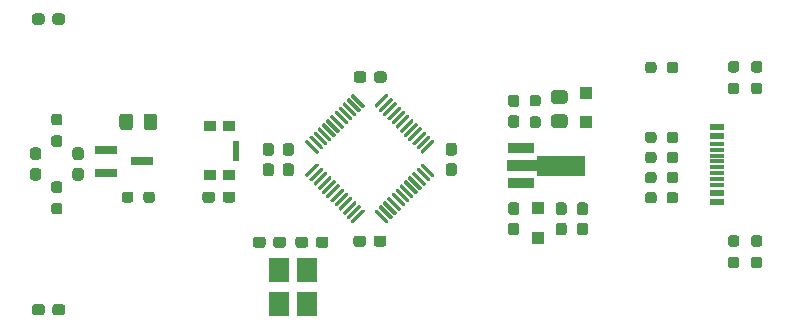
<source format=gtp>
G04 #@! TF.GenerationSoftware,KiCad,Pcbnew,5.1.8+dfsg1-1~bpo10+1*
G04 #@! TF.CreationDate,2020-12-17T11:19:26+08:00*
G04 #@! TF.ProjectId,stm32-io-extend,73746d33-322d-4696-9f2d-657874656e64,rev?*
G04 #@! TF.SameCoordinates,PX4cf27c8PY5b7b308*
G04 #@! TF.FileFunction,Paste,Top*
G04 #@! TF.FilePolarity,Positive*
%FSLAX46Y46*%
G04 Gerber Fmt 4.6, Leading zero omitted, Abs format (unit mm)*
G04 Created by KiCad (PCBNEW 5.1.8+dfsg1-1~bpo10+1) date 2020-12-17 11:19:26*
%MOMM*%
%LPD*%
G01*
G04 APERTURE LIST*
%ADD10R,1.900000X0.800000*%
%ADD11R,1.800000X2.100000*%
%ADD12C,0.100000*%
%ADD13R,2.300000X0.900000*%
%ADD14R,0.550000X1.700000*%
%ADD15R,1.000000X0.900000*%
%ADD16R,1.160000X0.600000*%
%ADD17R,1.160000X0.300000*%
%ADD18R,1.000000X1.000000*%
G04 APERTURE END LIST*
D10*
G04 #@! TO.C,Q1*
X12415000Y20285000D03*
X9415000Y19335000D03*
X9415000Y21235000D03*
G04 #@! TD*
G04 #@! TO.C,D5*
G36*
G01*
X7252500Y20405000D02*
X6777500Y20405000D01*
G75*
G02*
X6540000Y20642500I0J237500D01*
G01*
X6540000Y21217500D01*
G75*
G02*
X6777500Y21455000I237500J0D01*
G01*
X7252500Y21455000D01*
G75*
G02*
X7490000Y21217500I0J-237500D01*
G01*
X7490000Y20642500D01*
G75*
G02*
X7252500Y20405000I-237500J0D01*
G01*
G37*
G36*
G01*
X7252500Y18655000D02*
X6777500Y18655000D01*
G75*
G02*
X6540000Y18892500I0J237500D01*
G01*
X6540000Y19467500D01*
G75*
G02*
X6777500Y19705000I237500J0D01*
G01*
X7252500Y19705000D01*
G75*
G02*
X7490000Y19467500I0J-237500D01*
G01*
X7490000Y18892500D01*
G75*
G02*
X7252500Y18655000I-237500J0D01*
G01*
G37*
G04 #@! TD*
G04 #@! TO.C,D4*
G36*
G01*
X3652500Y20405000D02*
X3177500Y20405000D01*
G75*
G02*
X2940000Y20642500I0J237500D01*
G01*
X2940000Y21217500D01*
G75*
G02*
X3177500Y21455000I237500J0D01*
G01*
X3652500Y21455000D01*
G75*
G02*
X3890000Y21217500I0J-237500D01*
G01*
X3890000Y20642500D01*
G75*
G02*
X3652500Y20405000I-237500J0D01*
G01*
G37*
G36*
G01*
X3652500Y18655000D02*
X3177500Y18655000D01*
G75*
G02*
X2940000Y18892500I0J237500D01*
G01*
X2940000Y19467500D01*
G75*
G02*
X3177500Y19705000I237500J0D01*
G01*
X3652500Y19705000D01*
G75*
G02*
X3890000Y19467500I0J-237500D01*
G01*
X3890000Y18892500D01*
G75*
G02*
X3652500Y18655000I-237500J0D01*
G01*
G37*
G04 #@! TD*
D11*
G04 #@! TO.C,Y1*
X24055000Y8165000D03*
X24055000Y11065000D03*
X26355000Y11065000D03*
X26355000Y8165000D03*
G04 #@! TD*
G04 #@! TO.C,U2*
G36*
G01*
X27189516Y20939264D02*
X26252600Y21876180D01*
G75*
G02*
X26252600Y21982246I53033J53033D01*
G01*
X26358666Y22088312D01*
G75*
G02*
X26464732Y22088312I53033J-53033D01*
G01*
X27401648Y21151396D01*
G75*
G02*
X27401648Y21045330I-53033J-53033D01*
G01*
X27295582Y20939264D01*
G75*
G02*
X27189516Y20939264I-53033J53033D01*
G01*
G37*
G36*
G01*
X27543070Y21292818D02*
X26606154Y22229734D01*
G75*
G02*
X26606154Y22335800I53033J53033D01*
G01*
X26712220Y22441866D01*
G75*
G02*
X26818286Y22441866I53033J-53033D01*
G01*
X27755202Y21504950D01*
G75*
G02*
X27755202Y21398884I-53033J-53033D01*
G01*
X27649136Y21292818D01*
G75*
G02*
X27543070Y21292818I-53033J53033D01*
G01*
G37*
G36*
G01*
X27896623Y21646371D02*
X26959707Y22583287D01*
G75*
G02*
X26959707Y22689353I53033J53033D01*
G01*
X27065773Y22795419D01*
G75*
G02*
X27171839Y22795419I53033J-53033D01*
G01*
X28108755Y21858503D01*
G75*
G02*
X28108755Y21752437I-53033J-53033D01*
G01*
X28002689Y21646371D01*
G75*
G02*
X27896623Y21646371I-53033J53033D01*
G01*
G37*
G36*
G01*
X28250177Y21999925D02*
X27313261Y22936841D01*
G75*
G02*
X27313261Y23042907I53033J53033D01*
G01*
X27419327Y23148973D01*
G75*
G02*
X27525393Y23148973I53033J-53033D01*
G01*
X28462309Y22212057D01*
G75*
G02*
X28462309Y22105991I-53033J-53033D01*
G01*
X28356243Y21999925D01*
G75*
G02*
X28250177Y21999925I-53033J53033D01*
G01*
G37*
G36*
G01*
X28603730Y22353478D02*
X27666814Y23290394D01*
G75*
G02*
X27666814Y23396460I53033J53033D01*
G01*
X27772880Y23502526D01*
G75*
G02*
X27878946Y23502526I53033J-53033D01*
G01*
X28815862Y22565610D01*
G75*
G02*
X28815862Y22459544I-53033J-53033D01*
G01*
X28709796Y22353478D01*
G75*
G02*
X28603730Y22353478I-53033J53033D01*
G01*
G37*
G36*
G01*
X28957283Y22707031D02*
X28020367Y23643947D01*
G75*
G02*
X28020367Y23750013I53033J53033D01*
G01*
X28126433Y23856079D01*
G75*
G02*
X28232499Y23856079I53033J-53033D01*
G01*
X29169415Y22919163D01*
G75*
G02*
X29169415Y22813097I-53033J-53033D01*
G01*
X29063349Y22707031D01*
G75*
G02*
X28957283Y22707031I-53033J53033D01*
G01*
G37*
G36*
G01*
X29310837Y23060585D02*
X28373921Y23997501D01*
G75*
G02*
X28373921Y24103567I53033J53033D01*
G01*
X28479987Y24209633D01*
G75*
G02*
X28586053Y24209633I53033J-53033D01*
G01*
X29522969Y23272717D01*
G75*
G02*
X29522969Y23166651I-53033J-53033D01*
G01*
X29416903Y23060585D01*
G75*
G02*
X29310837Y23060585I-53033J53033D01*
G01*
G37*
G36*
G01*
X29664390Y23414138D02*
X28727474Y24351054D01*
G75*
G02*
X28727474Y24457120I53033J53033D01*
G01*
X28833540Y24563186D01*
G75*
G02*
X28939606Y24563186I53033J-53033D01*
G01*
X29876522Y23626270D01*
G75*
G02*
X29876522Y23520204I-53033J-53033D01*
G01*
X29770456Y23414138D01*
G75*
G02*
X29664390Y23414138I-53033J53033D01*
G01*
G37*
G36*
G01*
X30017943Y23767691D02*
X29081027Y24704607D01*
G75*
G02*
X29081027Y24810673I53033J53033D01*
G01*
X29187093Y24916739D01*
G75*
G02*
X29293159Y24916739I53033J-53033D01*
G01*
X30230075Y23979823D01*
G75*
G02*
X30230075Y23873757I-53033J-53033D01*
G01*
X30124009Y23767691D01*
G75*
G02*
X30017943Y23767691I-53033J53033D01*
G01*
G37*
G36*
G01*
X30371497Y24121245D02*
X29434581Y25058161D01*
G75*
G02*
X29434581Y25164227I53033J53033D01*
G01*
X29540647Y25270293D01*
G75*
G02*
X29646713Y25270293I53033J-53033D01*
G01*
X30583629Y24333377D01*
G75*
G02*
X30583629Y24227311I-53033J-53033D01*
G01*
X30477563Y24121245D01*
G75*
G02*
X30371497Y24121245I-53033J53033D01*
G01*
G37*
G36*
G01*
X30725050Y24474798D02*
X29788134Y25411714D01*
G75*
G02*
X29788134Y25517780I53033J53033D01*
G01*
X29894200Y25623846D01*
G75*
G02*
X30000266Y25623846I53033J-53033D01*
G01*
X30937182Y24686930D01*
G75*
G02*
X30937182Y24580864I-53033J-53033D01*
G01*
X30831116Y24474798D01*
G75*
G02*
X30725050Y24474798I-53033J53033D01*
G01*
G37*
G36*
G01*
X31078604Y24828352D02*
X30141688Y25765268D01*
G75*
G02*
X30141688Y25871334I53033J53033D01*
G01*
X30247754Y25977400D01*
G75*
G02*
X30353820Y25977400I53033J-53033D01*
G01*
X31290736Y25040484D01*
G75*
G02*
X31290736Y24934418I-53033J-53033D01*
G01*
X31184670Y24828352D01*
G75*
G02*
X31078604Y24828352I-53033J53033D01*
G01*
G37*
G36*
G01*
X32245330Y24828352D02*
X32139264Y24934418D01*
G75*
G02*
X32139264Y25040484I53033J53033D01*
G01*
X33076180Y25977400D01*
G75*
G02*
X33182246Y25977400I53033J-53033D01*
G01*
X33288312Y25871334D01*
G75*
G02*
X33288312Y25765268I-53033J-53033D01*
G01*
X32351396Y24828352D01*
G75*
G02*
X32245330Y24828352I-53033J53033D01*
G01*
G37*
G36*
G01*
X32598884Y24474798D02*
X32492818Y24580864D01*
G75*
G02*
X32492818Y24686930I53033J53033D01*
G01*
X33429734Y25623846D01*
G75*
G02*
X33535800Y25623846I53033J-53033D01*
G01*
X33641866Y25517780D01*
G75*
G02*
X33641866Y25411714I-53033J-53033D01*
G01*
X32704950Y24474798D01*
G75*
G02*
X32598884Y24474798I-53033J53033D01*
G01*
G37*
G36*
G01*
X32952437Y24121245D02*
X32846371Y24227311D01*
G75*
G02*
X32846371Y24333377I53033J53033D01*
G01*
X33783287Y25270293D01*
G75*
G02*
X33889353Y25270293I53033J-53033D01*
G01*
X33995419Y25164227D01*
G75*
G02*
X33995419Y25058161I-53033J-53033D01*
G01*
X33058503Y24121245D01*
G75*
G02*
X32952437Y24121245I-53033J53033D01*
G01*
G37*
G36*
G01*
X33305991Y23767691D02*
X33199925Y23873757D01*
G75*
G02*
X33199925Y23979823I53033J53033D01*
G01*
X34136841Y24916739D01*
G75*
G02*
X34242907Y24916739I53033J-53033D01*
G01*
X34348973Y24810673D01*
G75*
G02*
X34348973Y24704607I-53033J-53033D01*
G01*
X33412057Y23767691D01*
G75*
G02*
X33305991Y23767691I-53033J53033D01*
G01*
G37*
G36*
G01*
X33659544Y23414138D02*
X33553478Y23520204D01*
G75*
G02*
X33553478Y23626270I53033J53033D01*
G01*
X34490394Y24563186D01*
G75*
G02*
X34596460Y24563186I53033J-53033D01*
G01*
X34702526Y24457120D01*
G75*
G02*
X34702526Y24351054I-53033J-53033D01*
G01*
X33765610Y23414138D01*
G75*
G02*
X33659544Y23414138I-53033J53033D01*
G01*
G37*
G36*
G01*
X34013097Y23060585D02*
X33907031Y23166651D01*
G75*
G02*
X33907031Y23272717I53033J53033D01*
G01*
X34843947Y24209633D01*
G75*
G02*
X34950013Y24209633I53033J-53033D01*
G01*
X35056079Y24103567D01*
G75*
G02*
X35056079Y23997501I-53033J-53033D01*
G01*
X34119163Y23060585D01*
G75*
G02*
X34013097Y23060585I-53033J53033D01*
G01*
G37*
G36*
G01*
X34366651Y22707031D02*
X34260585Y22813097D01*
G75*
G02*
X34260585Y22919163I53033J53033D01*
G01*
X35197501Y23856079D01*
G75*
G02*
X35303567Y23856079I53033J-53033D01*
G01*
X35409633Y23750013D01*
G75*
G02*
X35409633Y23643947I-53033J-53033D01*
G01*
X34472717Y22707031D01*
G75*
G02*
X34366651Y22707031I-53033J53033D01*
G01*
G37*
G36*
G01*
X34720204Y22353478D02*
X34614138Y22459544D01*
G75*
G02*
X34614138Y22565610I53033J53033D01*
G01*
X35551054Y23502526D01*
G75*
G02*
X35657120Y23502526I53033J-53033D01*
G01*
X35763186Y23396460D01*
G75*
G02*
X35763186Y23290394I-53033J-53033D01*
G01*
X34826270Y22353478D01*
G75*
G02*
X34720204Y22353478I-53033J53033D01*
G01*
G37*
G36*
G01*
X35073757Y21999925D02*
X34967691Y22105991D01*
G75*
G02*
X34967691Y22212057I53033J53033D01*
G01*
X35904607Y23148973D01*
G75*
G02*
X36010673Y23148973I53033J-53033D01*
G01*
X36116739Y23042907D01*
G75*
G02*
X36116739Y22936841I-53033J-53033D01*
G01*
X35179823Y21999925D01*
G75*
G02*
X35073757Y21999925I-53033J53033D01*
G01*
G37*
G36*
G01*
X35427311Y21646371D02*
X35321245Y21752437D01*
G75*
G02*
X35321245Y21858503I53033J53033D01*
G01*
X36258161Y22795419D01*
G75*
G02*
X36364227Y22795419I53033J-53033D01*
G01*
X36470293Y22689353D01*
G75*
G02*
X36470293Y22583287I-53033J-53033D01*
G01*
X35533377Y21646371D01*
G75*
G02*
X35427311Y21646371I-53033J53033D01*
G01*
G37*
G36*
G01*
X35780864Y21292818D02*
X35674798Y21398884D01*
G75*
G02*
X35674798Y21504950I53033J53033D01*
G01*
X36611714Y22441866D01*
G75*
G02*
X36717780Y22441866I53033J-53033D01*
G01*
X36823846Y22335800D01*
G75*
G02*
X36823846Y22229734I-53033J-53033D01*
G01*
X35886930Y21292818D01*
G75*
G02*
X35780864Y21292818I-53033J53033D01*
G01*
G37*
G36*
G01*
X36134418Y20939264D02*
X36028352Y21045330D01*
G75*
G02*
X36028352Y21151396I53033J53033D01*
G01*
X36965268Y22088312D01*
G75*
G02*
X37071334Y22088312I53033J-53033D01*
G01*
X37177400Y21982246D01*
G75*
G02*
X37177400Y21876180I-53033J-53033D01*
G01*
X36240484Y20939264D01*
G75*
G02*
X36134418Y20939264I-53033J53033D01*
G01*
G37*
G36*
G01*
X36965268Y18941688D02*
X36028352Y19878604D01*
G75*
G02*
X36028352Y19984670I53033J53033D01*
G01*
X36134418Y20090736D01*
G75*
G02*
X36240484Y20090736I53033J-53033D01*
G01*
X37177400Y19153820D01*
G75*
G02*
X37177400Y19047754I-53033J-53033D01*
G01*
X37071334Y18941688D01*
G75*
G02*
X36965268Y18941688I-53033J53033D01*
G01*
G37*
G36*
G01*
X36611714Y18588134D02*
X35674798Y19525050D01*
G75*
G02*
X35674798Y19631116I53033J53033D01*
G01*
X35780864Y19737182D01*
G75*
G02*
X35886930Y19737182I53033J-53033D01*
G01*
X36823846Y18800266D01*
G75*
G02*
X36823846Y18694200I-53033J-53033D01*
G01*
X36717780Y18588134D01*
G75*
G02*
X36611714Y18588134I-53033J53033D01*
G01*
G37*
G36*
G01*
X36258161Y18234581D02*
X35321245Y19171497D01*
G75*
G02*
X35321245Y19277563I53033J53033D01*
G01*
X35427311Y19383629D01*
G75*
G02*
X35533377Y19383629I53033J-53033D01*
G01*
X36470293Y18446713D01*
G75*
G02*
X36470293Y18340647I-53033J-53033D01*
G01*
X36364227Y18234581D01*
G75*
G02*
X36258161Y18234581I-53033J53033D01*
G01*
G37*
G36*
G01*
X35904607Y17881027D02*
X34967691Y18817943D01*
G75*
G02*
X34967691Y18924009I53033J53033D01*
G01*
X35073757Y19030075D01*
G75*
G02*
X35179823Y19030075I53033J-53033D01*
G01*
X36116739Y18093159D01*
G75*
G02*
X36116739Y17987093I-53033J-53033D01*
G01*
X36010673Y17881027D01*
G75*
G02*
X35904607Y17881027I-53033J53033D01*
G01*
G37*
G36*
G01*
X35551054Y17527474D02*
X34614138Y18464390D01*
G75*
G02*
X34614138Y18570456I53033J53033D01*
G01*
X34720204Y18676522D01*
G75*
G02*
X34826270Y18676522I53033J-53033D01*
G01*
X35763186Y17739606D01*
G75*
G02*
X35763186Y17633540I-53033J-53033D01*
G01*
X35657120Y17527474D01*
G75*
G02*
X35551054Y17527474I-53033J53033D01*
G01*
G37*
G36*
G01*
X35197501Y17173921D02*
X34260585Y18110837D01*
G75*
G02*
X34260585Y18216903I53033J53033D01*
G01*
X34366651Y18322969D01*
G75*
G02*
X34472717Y18322969I53033J-53033D01*
G01*
X35409633Y17386053D01*
G75*
G02*
X35409633Y17279987I-53033J-53033D01*
G01*
X35303567Y17173921D01*
G75*
G02*
X35197501Y17173921I-53033J53033D01*
G01*
G37*
G36*
G01*
X34843947Y16820367D02*
X33907031Y17757283D01*
G75*
G02*
X33907031Y17863349I53033J53033D01*
G01*
X34013097Y17969415D01*
G75*
G02*
X34119163Y17969415I53033J-53033D01*
G01*
X35056079Y17032499D01*
G75*
G02*
X35056079Y16926433I-53033J-53033D01*
G01*
X34950013Y16820367D01*
G75*
G02*
X34843947Y16820367I-53033J53033D01*
G01*
G37*
G36*
G01*
X34490394Y16466814D02*
X33553478Y17403730D01*
G75*
G02*
X33553478Y17509796I53033J53033D01*
G01*
X33659544Y17615862D01*
G75*
G02*
X33765610Y17615862I53033J-53033D01*
G01*
X34702526Y16678946D01*
G75*
G02*
X34702526Y16572880I-53033J-53033D01*
G01*
X34596460Y16466814D01*
G75*
G02*
X34490394Y16466814I-53033J53033D01*
G01*
G37*
G36*
G01*
X34136841Y16113261D02*
X33199925Y17050177D01*
G75*
G02*
X33199925Y17156243I53033J53033D01*
G01*
X33305991Y17262309D01*
G75*
G02*
X33412057Y17262309I53033J-53033D01*
G01*
X34348973Y16325393D01*
G75*
G02*
X34348973Y16219327I-53033J-53033D01*
G01*
X34242907Y16113261D01*
G75*
G02*
X34136841Y16113261I-53033J53033D01*
G01*
G37*
G36*
G01*
X33783287Y15759707D02*
X32846371Y16696623D01*
G75*
G02*
X32846371Y16802689I53033J53033D01*
G01*
X32952437Y16908755D01*
G75*
G02*
X33058503Y16908755I53033J-53033D01*
G01*
X33995419Y15971839D01*
G75*
G02*
X33995419Y15865773I-53033J-53033D01*
G01*
X33889353Y15759707D01*
G75*
G02*
X33783287Y15759707I-53033J53033D01*
G01*
G37*
G36*
G01*
X33429734Y15406154D02*
X32492818Y16343070D01*
G75*
G02*
X32492818Y16449136I53033J53033D01*
G01*
X32598884Y16555202D01*
G75*
G02*
X32704950Y16555202I53033J-53033D01*
G01*
X33641866Y15618286D01*
G75*
G02*
X33641866Y15512220I-53033J-53033D01*
G01*
X33535800Y15406154D01*
G75*
G02*
X33429734Y15406154I-53033J53033D01*
G01*
G37*
G36*
G01*
X33076180Y15052600D02*
X32139264Y15989516D01*
G75*
G02*
X32139264Y16095582I53033J53033D01*
G01*
X32245330Y16201648D01*
G75*
G02*
X32351396Y16201648I53033J-53033D01*
G01*
X33288312Y15264732D01*
G75*
G02*
X33288312Y15158666I-53033J-53033D01*
G01*
X33182246Y15052600D01*
G75*
G02*
X33076180Y15052600I-53033J53033D01*
G01*
G37*
G36*
G01*
X30247754Y15052600D02*
X30141688Y15158666D01*
G75*
G02*
X30141688Y15264732I53033J53033D01*
G01*
X31078604Y16201648D01*
G75*
G02*
X31184670Y16201648I53033J-53033D01*
G01*
X31290736Y16095582D01*
G75*
G02*
X31290736Y15989516I-53033J-53033D01*
G01*
X30353820Y15052600D01*
G75*
G02*
X30247754Y15052600I-53033J53033D01*
G01*
G37*
G36*
G01*
X29894200Y15406154D02*
X29788134Y15512220D01*
G75*
G02*
X29788134Y15618286I53033J53033D01*
G01*
X30725050Y16555202D01*
G75*
G02*
X30831116Y16555202I53033J-53033D01*
G01*
X30937182Y16449136D01*
G75*
G02*
X30937182Y16343070I-53033J-53033D01*
G01*
X30000266Y15406154D01*
G75*
G02*
X29894200Y15406154I-53033J53033D01*
G01*
G37*
G36*
G01*
X29540647Y15759707D02*
X29434581Y15865773D01*
G75*
G02*
X29434581Y15971839I53033J53033D01*
G01*
X30371497Y16908755D01*
G75*
G02*
X30477563Y16908755I53033J-53033D01*
G01*
X30583629Y16802689D01*
G75*
G02*
X30583629Y16696623I-53033J-53033D01*
G01*
X29646713Y15759707D01*
G75*
G02*
X29540647Y15759707I-53033J53033D01*
G01*
G37*
G36*
G01*
X29187093Y16113261D02*
X29081027Y16219327D01*
G75*
G02*
X29081027Y16325393I53033J53033D01*
G01*
X30017943Y17262309D01*
G75*
G02*
X30124009Y17262309I53033J-53033D01*
G01*
X30230075Y17156243D01*
G75*
G02*
X30230075Y17050177I-53033J-53033D01*
G01*
X29293159Y16113261D01*
G75*
G02*
X29187093Y16113261I-53033J53033D01*
G01*
G37*
G36*
G01*
X28833540Y16466814D02*
X28727474Y16572880D01*
G75*
G02*
X28727474Y16678946I53033J53033D01*
G01*
X29664390Y17615862D01*
G75*
G02*
X29770456Y17615862I53033J-53033D01*
G01*
X29876522Y17509796D01*
G75*
G02*
X29876522Y17403730I-53033J-53033D01*
G01*
X28939606Y16466814D01*
G75*
G02*
X28833540Y16466814I-53033J53033D01*
G01*
G37*
G36*
G01*
X28479987Y16820367D02*
X28373921Y16926433D01*
G75*
G02*
X28373921Y17032499I53033J53033D01*
G01*
X29310837Y17969415D01*
G75*
G02*
X29416903Y17969415I53033J-53033D01*
G01*
X29522969Y17863349D01*
G75*
G02*
X29522969Y17757283I-53033J-53033D01*
G01*
X28586053Y16820367D01*
G75*
G02*
X28479987Y16820367I-53033J53033D01*
G01*
G37*
G36*
G01*
X28126433Y17173921D02*
X28020367Y17279987D01*
G75*
G02*
X28020367Y17386053I53033J53033D01*
G01*
X28957283Y18322969D01*
G75*
G02*
X29063349Y18322969I53033J-53033D01*
G01*
X29169415Y18216903D01*
G75*
G02*
X29169415Y18110837I-53033J-53033D01*
G01*
X28232499Y17173921D01*
G75*
G02*
X28126433Y17173921I-53033J53033D01*
G01*
G37*
G36*
G01*
X27772880Y17527474D02*
X27666814Y17633540D01*
G75*
G02*
X27666814Y17739606I53033J53033D01*
G01*
X28603730Y18676522D01*
G75*
G02*
X28709796Y18676522I53033J-53033D01*
G01*
X28815862Y18570456D01*
G75*
G02*
X28815862Y18464390I-53033J-53033D01*
G01*
X27878946Y17527474D01*
G75*
G02*
X27772880Y17527474I-53033J53033D01*
G01*
G37*
G36*
G01*
X27419327Y17881027D02*
X27313261Y17987093D01*
G75*
G02*
X27313261Y18093159I53033J53033D01*
G01*
X28250177Y19030075D01*
G75*
G02*
X28356243Y19030075I53033J-53033D01*
G01*
X28462309Y18924009D01*
G75*
G02*
X28462309Y18817943I-53033J-53033D01*
G01*
X27525393Y17881027D01*
G75*
G02*
X27419327Y17881027I-53033J53033D01*
G01*
G37*
G36*
G01*
X27065773Y18234581D02*
X26959707Y18340647D01*
G75*
G02*
X26959707Y18446713I53033J53033D01*
G01*
X27896623Y19383629D01*
G75*
G02*
X28002689Y19383629I53033J-53033D01*
G01*
X28108755Y19277563D01*
G75*
G02*
X28108755Y19171497I-53033J-53033D01*
G01*
X27171839Y18234581D01*
G75*
G02*
X27065773Y18234581I-53033J53033D01*
G01*
G37*
G36*
G01*
X26712220Y18588134D02*
X26606154Y18694200D01*
G75*
G02*
X26606154Y18800266I53033J53033D01*
G01*
X27543070Y19737182D01*
G75*
G02*
X27649136Y19737182I53033J-53033D01*
G01*
X27755202Y19631116D01*
G75*
G02*
X27755202Y19525050I-53033J-53033D01*
G01*
X26818286Y18588134D01*
G75*
G02*
X26712220Y18588134I-53033J53033D01*
G01*
G37*
G36*
G01*
X26358666Y18941688D02*
X26252600Y19047754D01*
G75*
G02*
X26252600Y19153820I53033J53033D01*
G01*
X27189516Y20090736D01*
G75*
G02*
X27295582Y20090736I53033J-53033D01*
G01*
X27401648Y19984670D01*
G75*
G02*
X27401648Y19878604I-53033J-53033D01*
G01*
X26464732Y18941688D01*
G75*
G02*
X26358666Y18941688I-53033J53033D01*
G01*
G37*
G04 #@! TD*
D12*
G04 #@! TO.C,U1*
G36*
X49955000Y19038500D02*
G01*
X45830000Y19038500D01*
X45830000Y19455000D01*
X43355000Y19455000D01*
X43355000Y20355000D01*
X45830000Y20355000D01*
X45830000Y20771500D01*
X49955000Y20771500D01*
X49955000Y19038500D01*
G37*
D13*
X44505000Y18405000D03*
X44505000Y21405000D03*
G04 #@! TD*
D14*
G04 #@! TO.C,SW1*
X20420000Y21195000D03*
D15*
X19795000Y23245000D03*
X18195000Y23245000D03*
X19795000Y19145000D03*
X18195000Y19145000D03*
G04 #@! TD*
G04 #@! TO.C,R13*
G36*
G01*
X62277500Y12200000D02*
X62752500Y12200000D01*
G75*
G02*
X62990000Y11962500I0J-237500D01*
G01*
X62990000Y11462500D01*
G75*
G02*
X62752500Y11225000I-237500J0D01*
G01*
X62277500Y11225000D01*
G75*
G02*
X62040000Y11462500I0J237500D01*
G01*
X62040000Y11962500D01*
G75*
G02*
X62277500Y12200000I237500J0D01*
G01*
G37*
G36*
G01*
X62277500Y14025000D02*
X62752500Y14025000D01*
G75*
G02*
X62990000Y13787500I0J-237500D01*
G01*
X62990000Y13287500D01*
G75*
G02*
X62752500Y13050000I-237500J0D01*
G01*
X62277500Y13050000D01*
G75*
G02*
X62040000Y13287500I0J237500D01*
G01*
X62040000Y13787500D01*
G75*
G02*
X62277500Y14025000I237500J0D01*
G01*
G37*
G04 #@! TD*
G04 #@! TO.C,R12*
G36*
G01*
X64702500Y13050000D02*
X64227500Y13050000D01*
G75*
G02*
X63990000Y13287500I0J237500D01*
G01*
X63990000Y13787500D01*
G75*
G02*
X64227500Y14025000I237500J0D01*
G01*
X64702500Y14025000D01*
G75*
G02*
X64940000Y13787500I0J-237500D01*
G01*
X64940000Y13287500D01*
G75*
G02*
X64702500Y13050000I-237500J0D01*
G01*
G37*
G36*
G01*
X64702500Y11225000D02*
X64227500Y11225000D01*
G75*
G02*
X63990000Y11462500I0J237500D01*
G01*
X63990000Y11962500D01*
G75*
G02*
X64227500Y12200000I237500J0D01*
G01*
X64702500Y12200000D01*
G75*
G02*
X64940000Y11962500I0J-237500D01*
G01*
X64940000Y11462500D01*
G75*
G02*
X64702500Y11225000I-237500J0D01*
G01*
G37*
G04 #@! TD*
G04 #@! TO.C,R11*
G36*
G01*
X62752500Y27800000D02*
X62277500Y27800000D01*
G75*
G02*
X62040000Y28037500I0J237500D01*
G01*
X62040000Y28537500D01*
G75*
G02*
X62277500Y28775000I237500J0D01*
G01*
X62752500Y28775000D01*
G75*
G02*
X62990000Y28537500I0J-237500D01*
G01*
X62990000Y28037500D01*
G75*
G02*
X62752500Y27800000I-237500J0D01*
G01*
G37*
G36*
G01*
X62752500Y25975000D02*
X62277500Y25975000D01*
G75*
G02*
X62040000Y26212500I0J237500D01*
G01*
X62040000Y26712500D01*
G75*
G02*
X62277500Y26950000I237500J0D01*
G01*
X62752500Y26950000D01*
G75*
G02*
X62990000Y26712500I0J-237500D01*
G01*
X62990000Y26212500D01*
G75*
G02*
X62752500Y25975000I-237500J0D01*
G01*
G37*
G04 #@! TD*
G04 #@! TO.C,R10*
G36*
G01*
X64227500Y26950000D02*
X64702500Y26950000D01*
G75*
G02*
X64940000Y26712500I0J-237500D01*
G01*
X64940000Y26212500D01*
G75*
G02*
X64702500Y25975000I-237500J0D01*
G01*
X64227500Y25975000D01*
G75*
G02*
X63990000Y26212500I0J237500D01*
G01*
X63990000Y26712500D01*
G75*
G02*
X64227500Y26950000I237500J0D01*
G01*
G37*
G36*
G01*
X64227500Y28775000D02*
X64702500Y28775000D01*
G75*
G02*
X64940000Y28537500I0J-237500D01*
G01*
X64940000Y28037500D01*
G75*
G02*
X64702500Y27800000I-237500J0D01*
G01*
X64227500Y27800000D01*
G75*
G02*
X63990000Y28037500I0J237500D01*
G01*
X63990000Y28537500D01*
G75*
G02*
X64227500Y28775000I237500J0D01*
G01*
G37*
G04 #@! TD*
G04 #@! TO.C,R9*
G36*
G01*
X4977500Y16760000D02*
X5452500Y16760000D01*
G75*
G02*
X5690000Y16522500I0J-237500D01*
G01*
X5690000Y16022500D01*
G75*
G02*
X5452500Y15785000I-237500J0D01*
G01*
X4977500Y15785000D01*
G75*
G02*
X4740000Y16022500I0J237500D01*
G01*
X4740000Y16522500D01*
G75*
G02*
X4977500Y16760000I237500J0D01*
G01*
G37*
G36*
G01*
X4977500Y18585000D02*
X5452500Y18585000D01*
G75*
G02*
X5690000Y18347500I0J-237500D01*
G01*
X5690000Y17847500D01*
G75*
G02*
X5452500Y17610000I-237500J0D01*
G01*
X4977500Y17610000D01*
G75*
G02*
X4740000Y17847500I0J237500D01*
G01*
X4740000Y18347500D01*
G75*
G02*
X4977500Y18585000I237500J0D01*
G01*
G37*
G04 #@! TD*
G04 #@! TO.C,R8*
G36*
G01*
X12540000Y17007500D02*
X12540000Y17482500D01*
G75*
G02*
X12777500Y17720000I237500J0D01*
G01*
X13277500Y17720000D01*
G75*
G02*
X13515000Y17482500I0J-237500D01*
G01*
X13515000Y17007500D01*
G75*
G02*
X13277500Y16770000I-237500J0D01*
G01*
X12777500Y16770000D01*
G75*
G02*
X12540000Y17007500I0J237500D01*
G01*
G37*
G36*
G01*
X10715000Y17007500D02*
X10715000Y17482500D01*
G75*
G02*
X10952500Y17720000I237500J0D01*
G01*
X11452500Y17720000D01*
G75*
G02*
X11690000Y17482500I0J-237500D01*
G01*
X11690000Y17007500D01*
G75*
G02*
X11452500Y16770000I-237500J0D01*
G01*
X10952500Y16770000D01*
G75*
G02*
X10715000Y17007500I0J237500D01*
G01*
G37*
G04 #@! TD*
G04 #@! TO.C,R7*
G36*
G01*
X5452500Y23330000D02*
X4977500Y23330000D01*
G75*
G02*
X4740000Y23567500I0J237500D01*
G01*
X4740000Y24067500D01*
G75*
G02*
X4977500Y24305000I237500J0D01*
G01*
X5452500Y24305000D01*
G75*
G02*
X5690000Y24067500I0J-237500D01*
G01*
X5690000Y23567500D01*
G75*
G02*
X5452500Y23330000I-237500J0D01*
G01*
G37*
G36*
G01*
X5452500Y21505000D02*
X4977500Y21505000D01*
G75*
G02*
X4740000Y21742500I0J237500D01*
G01*
X4740000Y22242500D01*
G75*
G02*
X4977500Y22480000I237500J0D01*
G01*
X5452500Y22480000D01*
G75*
G02*
X5690000Y22242500I0J-237500D01*
G01*
X5690000Y21742500D01*
G75*
G02*
X5452500Y21505000I-237500J0D01*
G01*
G37*
G04 #@! TD*
G04 #@! TO.C,R6*
G36*
G01*
X56840000Y27987500D02*
X56840000Y28462500D01*
G75*
G02*
X57077500Y28700000I237500J0D01*
G01*
X57577500Y28700000D01*
G75*
G02*
X57815000Y28462500I0J-237500D01*
G01*
X57815000Y27987500D01*
G75*
G02*
X57577500Y27750000I-237500J0D01*
G01*
X57077500Y27750000D01*
G75*
G02*
X56840000Y27987500I0J237500D01*
G01*
G37*
G36*
G01*
X55015000Y27987500D02*
X55015000Y28462500D01*
G75*
G02*
X55252500Y28700000I237500J0D01*
G01*
X55752500Y28700000D01*
G75*
G02*
X55990000Y28462500I0J-237500D01*
G01*
X55990000Y27987500D01*
G75*
G02*
X55752500Y27750000I-237500J0D01*
G01*
X55252500Y27750000D01*
G75*
G02*
X55015000Y27987500I0J237500D01*
G01*
G37*
G04 #@! TD*
G04 #@! TO.C,R5*
G36*
G01*
X56840000Y20367500D02*
X56840000Y20842500D01*
G75*
G02*
X57077500Y21080000I237500J0D01*
G01*
X57577500Y21080000D01*
G75*
G02*
X57815000Y20842500I0J-237500D01*
G01*
X57815000Y20367500D01*
G75*
G02*
X57577500Y20130000I-237500J0D01*
G01*
X57077500Y20130000D01*
G75*
G02*
X56840000Y20367500I0J237500D01*
G01*
G37*
G36*
G01*
X55015000Y20367500D02*
X55015000Y20842500D01*
G75*
G02*
X55252500Y21080000I237500J0D01*
G01*
X55752500Y21080000D01*
G75*
G02*
X55990000Y20842500I0J-237500D01*
G01*
X55990000Y20367500D01*
G75*
G02*
X55752500Y20130000I-237500J0D01*
G01*
X55252500Y20130000D01*
G75*
G02*
X55015000Y20367500I0J237500D01*
G01*
G37*
G04 #@! TD*
G04 #@! TO.C,R4*
G36*
G01*
X55990000Y22542500D02*
X55990000Y22067500D01*
G75*
G02*
X55752500Y21830000I-237500J0D01*
G01*
X55252500Y21830000D01*
G75*
G02*
X55015000Y22067500I0J237500D01*
G01*
X55015000Y22542500D01*
G75*
G02*
X55252500Y22780000I237500J0D01*
G01*
X55752500Y22780000D01*
G75*
G02*
X55990000Y22542500I0J-237500D01*
G01*
G37*
G36*
G01*
X57815000Y22542500D02*
X57815000Y22067500D01*
G75*
G02*
X57577500Y21830000I-237500J0D01*
G01*
X57077500Y21830000D01*
G75*
G02*
X56840000Y22067500I0J237500D01*
G01*
X56840000Y22542500D01*
G75*
G02*
X57077500Y22780000I237500J0D01*
G01*
X57577500Y22780000D01*
G75*
G02*
X57815000Y22542500I0J-237500D01*
G01*
G37*
G04 #@! TD*
G04 #@! TO.C,R3*
G36*
G01*
X56840000Y18667500D02*
X56840000Y19142500D01*
G75*
G02*
X57077500Y19380000I237500J0D01*
G01*
X57577500Y19380000D01*
G75*
G02*
X57815000Y19142500I0J-237500D01*
G01*
X57815000Y18667500D01*
G75*
G02*
X57577500Y18430000I-237500J0D01*
G01*
X57077500Y18430000D01*
G75*
G02*
X56840000Y18667500I0J237500D01*
G01*
G37*
G36*
G01*
X55015000Y18667500D02*
X55015000Y19142500D01*
G75*
G02*
X55252500Y19380000I237500J0D01*
G01*
X55752500Y19380000D01*
G75*
G02*
X55990000Y19142500I0J-237500D01*
G01*
X55990000Y18667500D01*
G75*
G02*
X55752500Y18430000I-237500J0D01*
G01*
X55252500Y18430000D01*
G75*
G02*
X55015000Y18667500I0J237500D01*
G01*
G37*
G04 #@! TD*
G04 #@! TO.C,R2*
G36*
G01*
X56840000Y16967500D02*
X56840000Y17442500D01*
G75*
G02*
X57077500Y17680000I237500J0D01*
G01*
X57577500Y17680000D01*
G75*
G02*
X57815000Y17442500I0J-237500D01*
G01*
X57815000Y16967500D01*
G75*
G02*
X57577500Y16730000I-237500J0D01*
G01*
X57077500Y16730000D01*
G75*
G02*
X56840000Y16967500I0J237500D01*
G01*
G37*
G36*
G01*
X55015000Y16967500D02*
X55015000Y17442500D01*
G75*
G02*
X55252500Y17680000I237500J0D01*
G01*
X55752500Y17680000D01*
G75*
G02*
X55990000Y17442500I0J-237500D01*
G01*
X55990000Y16967500D01*
G75*
G02*
X55752500Y16730000I-237500J0D01*
G01*
X55252500Y16730000D01*
G75*
G02*
X55015000Y16967500I0J237500D01*
G01*
G37*
G04 #@! TD*
G04 #@! TO.C,R1*
G36*
G01*
X45952500Y24930000D02*
X45477500Y24930000D01*
G75*
G02*
X45240000Y25167500I0J237500D01*
G01*
X45240000Y25667500D01*
G75*
G02*
X45477500Y25905000I237500J0D01*
G01*
X45952500Y25905000D01*
G75*
G02*
X46190000Y25667500I0J-237500D01*
G01*
X46190000Y25167500D01*
G75*
G02*
X45952500Y24930000I-237500J0D01*
G01*
G37*
G36*
G01*
X45952500Y23105000D02*
X45477500Y23105000D01*
G75*
G02*
X45240000Y23342500I0J237500D01*
G01*
X45240000Y23842500D01*
G75*
G02*
X45477500Y24080000I237500J0D01*
G01*
X45952500Y24080000D01*
G75*
G02*
X46190000Y23842500I0J-237500D01*
G01*
X46190000Y23342500D01*
G75*
G02*
X45952500Y23105000I-237500J0D01*
G01*
G37*
G04 #@! TD*
D16*
G04 #@! TO.C,J1*
X61105000Y23225000D03*
X61105000Y22425000D03*
X61105000Y23225000D03*
X61105000Y22425000D03*
X61105000Y16825000D03*
X61105000Y16825000D03*
X61105000Y17625000D03*
X61105000Y17625000D03*
D17*
X61105000Y21775000D03*
X61105000Y20775000D03*
X61105000Y21275000D03*
X61105000Y18775000D03*
X61105000Y18275000D03*
X61105000Y20275000D03*
X61105000Y19775000D03*
X61105000Y19275000D03*
G04 #@! TD*
G04 #@! TO.C,F2*
G36*
G01*
X11665000Y24075001D02*
X11665000Y23174999D01*
G75*
G02*
X11415001Y22925000I-249999J0D01*
G01*
X10764999Y22925000D01*
G75*
G02*
X10515000Y23174999I0J249999D01*
G01*
X10515000Y24075001D01*
G75*
G02*
X10764999Y24325000I249999J0D01*
G01*
X11415001Y24325000D01*
G75*
G02*
X11665000Y24075001I0J-249999D01*
G01*
G37*
G36*
G01*
X13715000Y24075001D02*
X13715000Y23174999D01*
G75*
G02*
X13465001Y22925000I-249999J0D01*
G01*
X12814999Y22925000D01*
G75*
G02*
X12565000Y23174999I0J249999D01*
G01*
X12565000Y24075001D01*
G75*
G02*
X12814999Y24325000I249999J0D01*
G01*
X13465001Y24325000D01*
G75*
G02*
X13715000Y24075001I0J-249999D01*
G01*
G37*
G04 #@! TD*
G04 #@! TO.C,F1*
G36*
G01*
X48205001Y25155000D02*
X47304999Y25155000D01*
G75*
G02*
X47055000Y25404999I0J249999D01*
G01*
X47055000Y26055001D01*
G75*
G02*
X47304999Y26305000I249999J0D01*
G01*
X48205001Y26305000D01*
G75*
G02*
X48455000Y26055001I0J-249999D01*
G01*
X48455000Y25404999D01*
G75*
G02*
X48205001Y25155000I-249999J0D01*
G01*
G37*
G36*
G01*
X48205001Y23105000D02*
X47304999Y23105000D01*
G75*
G02*
X47055000Y23354999I0J249999D01*
G01*
X47055000Y24005001D01*
G75*
G02*
X47304999Y24255000I249999J0D01*
G01*
X48205001Y24255000D01*
G75*
G02*
X48455000Y24005001I0J-249999D01*
G01*
X48455000Y23354999D01*
G75*
G02*
X48205001Y23105000I-249999J0D01*
G01*
G37*
G04 #@! TD*
D18*
G04 #@! TO.C,D3*
X45915000Y16305000D03*
X45915000Y13805000D03*
G04 #@! TD*
G04 #@! TO.C,D2*
G36*
G01*
X44132500Y24880000D02*
X43657500Y24880000D01*
G75*
G02*
X43420000Y25117500I0J237500D01*
G01*
X43420000Y25692500D01*
G75*
G02*
X43657500Y25930000I237500J0D01*
G01*
X44132500Y25930000D01*
G75*
G02*
X44370000Y25692500I0J-237500D01*
G01*
X44370000Y25117500D01*
G75*
G02*
X44132500Y24880000I-237500J0D01*
G01*
G37*
G36*
G01*
X44132500Y23130000D02*
X43657500Y23130000D01*
G75*
G02*
X43420000Y23367500I0J237500D01*
G01*
X43420000Y23942500D01*
G75*
G02*
X43657500Y24180000I237500J0D01*
G01*
X44132500Y24180000D01*
G75*
G02*
X44370000Y23942500I0J-237500D01*
G01*
X44370000Y23367500D01*
G75*
G02*
X44132500Y23130000I-237500J0D01*
G01*
G37*
G04 #@! TD*
G04 #@! TO.C,D1*
X50015000Y23595000D03*
X50015000Y26095000D03*
G04 #@! TD*
G04 #@! TO.C,C13*
G36*
G01*
X31390000Y13762500D02*
X31390000Y13287500D01*
G75*
G02*
X31152500Y13050000I-237500J0D01*
G01*
X30552500Y13050000D01*
G75*
G02*
X30315000Y13287500I0J237500D01*
G01*
X30315000Y13762500D01*
G75*
G02*
X30552500Y14000000I237500J0D01*
G01*
X31152500Y14000000D01*
G75*
G02*
X31390000Y13762500I0J-237500D01*
G01*
G37*
G36*
G01*
X33115000Y13762500D02*
X33115000Y13287500D01*
G75*
G02*
X32877500Y13050000I-237500J0D01*
G01*
X32277500Y13050000D01*
G75*
G02*
X32040000Y13287500I0J237500D01*
G01*
X32040000Y13762500D01*
G75*
G02*
X32277500Y14000000I237500J0D01*
G01*
X32877500Y14000000D01*
G75*
G02*
X33115000Y13762500I0J-237500D01*
G01*
G37*
G04 #@! TD*
G04 #@! TO.C,C12*
G36*
G01*
X4840000Y7487500D02*
X4840000Y7962500D01*
G75*
G02*
X5077500Y8200000I237500J0D01*
G01*
X5677500Y8200000D01*
G75*
G02*
X5915000Y7962500I0J-237500D01*
G01*
X5915000Y7487500D01*
G75*
G02*
X5677500Y7250000I-237500J0D01*
G01*
X5077500Y7250000D01*
G75*
G02*
X4840000Y7487500I0J237500D01*
G01*
G37*
G36*
G01*
X3115000Y7487500D02*
X3115000Y7962500D01*
G75*
G02*
X3352500Y8200000I237500J0D01*
G01*
X3952500Y8200000D01*
G75*
G02*
X4190000Y7962500I0J-237500D01*
G01*
X4190000Y7487500D01*
G75*
G02*
X3952500Y7250000I-237500J0D01*
G01*
X3352500Y7250000D01*
G75*
G02*
X3115000Y7487500I0J237500D01*
G01*
G37*
G04 #@! TD*
G04 #@! TO.C,C11*
G36*
G01*
X4190000Y32562500D02*
X4190000Y32087500D01*
G75*
G02*
X3952500Y31850000I-237500J0D01*
G01*
X3352500Y31850000D01*
G75*
G02*
X3115000Y32087500I0J237500D01*
G01*
X3115000Y32562500D01*
G75*
G02*
X3352500Y32800000I237500J0D01*
G01*
X3952500Y32800000D01*
G75*
G02*
X4190000Y32562500I0J-237500D01*
G01*
G37*
G36*
G01*
X5915000Y32562500D02*
X5915000Y32087500D01*
G75*
G02*
X5677500Y31850000I-237500J0D01*
G01*
X5077500Y31850000D01*
G75*
G02*
X4840000Y32087500I0J237500D01*
G01*
X4840000Y32562500D01*
G75*
G02*
X5077500Y32800000I237500J0D01*
G01*
X5677500Y32800000D01*
G75*
G02*
X5915000Y32562500I0J-237500D01*
G01*
G37*
G04 #@! TD*
G04 #@! TO.C,C10*
G36*
G01*
X23352500Y20750000D02*
X22877500Y20750000D01*
G75*
G02*
X22640000Y20987500I0J237500D01*
G01*
X22640000Y21587500D01*
G75*
G02*
X22877500Y21825000I237500J0D01*
G01*
X23352500Y21825000D01*
G75*
G02*
X23590000Y21587500I0J-237500D01*
G01*
X23590000Y20987500D01*
G75*
G02*
X23352500Y20750000I-237500J0D01*
G01*
G37*
G36*
G01*
X23352500Y19025000D02*
X22877500Y19025000D01*
G75*
G02*
X22640000Y19262500I0J237500D01*
G01*
X22640000Y19862500D01*
G75*
G02*
X22877500Y20100000I237500J0D01*
G01*
X23352500Y20100000D01*
G75*
G02*
X23590000Y19862500I0J-237500D01*
G01*
X23590000Y19262500D01*
G75*
G02*
X23352500Y19025000I-237500J0D01*
G01*
G37*
G04 #@! TD*
G04 #@! TO.C,C9*
G36*
G01*
X25052500Y20750000D02*
X24577500Y20750000D01*
G75*
G02*
X24340000Y20987500I0J237500D01*
G01*
X24340000Y21587500D01*
G75*
G02*
X24577500Y21825000I237500J0D01*
G01*
X25052500Y21825000D01*
G75*
G02*
X25290000Y21587500I0J-237500D01*
G01*
X25290000Y20987500D01*
G75*
G02*
X25052500Y20750000I-237500J0D01*
G01*
G37*
G36*
G01*
X25052500Y19025000D02*
X24577500Y19025000D01*
G75*
G02*
X24340000Y19262500I0J237500D01*
G01*
X24340000Y19862500D01*
G75*
G02*
X24577500Y20100000I237500J0D01*
G01*
X25052500Y20100000D01*
G75*
G02*
X25290000Y19862500I0J-237500D01*
G01*
X25290000Y19262500D01*
G75*
G02*
X25052500Y19025000I-237500J0D01*
G01*
G37*
G04 #@! TD*
G04 #@! TO.C,C8*
G36*
G01*
X38377500Y20120000D02*
X38852500Y20120000D01*
G75*
G02*
X39090000Y19882500I0J-237500D01*
G01*
X39090000Y19282500D01*
G75*
G02*
X38852500Y19045000I-237500J0D01*
G01*
X38377500Y19045000D01*
G75*
G02*
X38140000Y19282500I0J237500D01*
G01*
X38140000Y19882500D01*
G75*
G02*
X38377500Y20120000I237500J0D01*
G01*
G37*
G36*
G01*
X38377500Y21845000D02*
X38852500Y21845000D01*
G75*
G02*
X39090000Y21607500I0J-237500D01*
G01*
X39090000Y21007500D01*
G75*
G02*
X38852500Y20770000I-237500J0D01*
G01*
X38377500Y20770000D01*
G75*
G02*
X38140000Y21007500I0J237500D01*
G01*
X38140000Y21607500D01*
G75*
G02*
X38377500Y21845000I237500J0D01*
G01*
G37*
G04 #@! TD*
G04 #@! TO.C,C7*
G36*
G01*
X32070000Y27177500D02*
X32070000Y27652500D01*
G75*
G02*
X32307500Y27890000I237500J0D01*
G01*
X32907500Y27890000D01*
G75*
G02*
X33145000Y27652500I0J-237500D01*
G01*
X33145000Y27177500D01*
G75*
G02*
X32907500Y26940000I-237500J0D01*
G01*
X32307500Y26940000D01*
G75*
G02*
X32070000Y27177500I0J237500D01*
G01*
G37*
G36*
G01*
X30345000Y27177500D02*
X30345000Y27652500D01*
G75*
G02*
X30582500Y27890000I237500J0D01*
G01*
X31182500Y27890000D01*
G75*
G02*
X31420000Y27652500I0J-237500D01*
G01*
X31420000Y27177500D01*
G75*
G02*
X31182500Y26940000I-237500J0D01*
G01*
X30582500Y26940000D01*
G75*
G02*
X30345000Y27177500I0J237500D01*
G01*
G37*
G04 #@! TD*
G04 #@! TO.C,C6*
G36*
G01*
X24615000Y13662500D02*
X24615000Y13187500D01*
G75*
G02*
X24377500Y12950000I-237500J0D01*
G01*
X23777500Y12950000D01*
G75*
G02*
X23540000Y13187500I0J237500D01*
G01*
X23540000Y13662500D01*
G75*
G02*
X23777500Y13900000I237500J0D01*
G01*
X24377500Y13900000D01*
G75*
G02*
X24615000Y13662500I0J-237500D01*
G01*
G37*
G36*
G01*
X22890000Y13662500D02*
X22890000Y13187500D01*
G75*
G02*
X22652500Y12950000I-237500J0D01*
G01*
X22052500Y12950000D01*
G75*
G02*
X21815000Y13187500I0J237500D01*
G01*
X21815000Y13662500D01*
G75*
G02*
X22052500Y13900000I237500J0D01*
G01*
X22652500Y13900000D01*
G75*
G02*
X22890000Y13662500I0J-237500D01*
G01*
G37*
G04 #@! TD*
G04 #@! TO.C,C5*
G36*
G01*
X26490000Y13662500D02*
X26490000Y13187500D01*
G75*
G02*
X26252500Y12950000I-237500J0D01*
G01*
X25652500Y12950000D01*
G75*
G02*
X25415000Y13187500I0J237500D01*
G01*
X25415000Y13662500D01*
G75*
G02*
X25652500Y13900000I237500J0D01*
G01*
X26252500Y13900000D01*
G75*
G02*
X26490000Y13662500I0J-237500D01*
G01*
G37*
G36*
G01*
X28215000Y13662500D02*
X28215000Y13187500D01*
G75*
G02*
X27977500Y12950000I-237500J0D01*
G01*
X27377500Y12950000D01*
G75*
G02*
X27140000Y13187500I0J237500D01*
G01*
X27140000Y13662500D01*
G75*
G02*
X27377500Y13900000I237500J0D01*
G01*
X27977500Y13900000D01*
G75*
G02*
X28215000Y13662500I0J-237500D01*
G01*
G37*
G04 #@! TD*
G04 #@! TO.C,C4*
G36*
G01*
X18610000Y17482500D02*
X18610000Y17007500D01*
G75*
G02*
X18372500Y16770000I-237500J0D01*
G01*
X17772500Y16770000D01*
G75*
G02*
X17535000Y17007500I0J237500D01*
G01*
X17535000Y17482500D01*
G75*
G02*
X17772500Y17720000I237500J0D01*
G01*
X18372500Y17720000D01*
G75*
G02*
X18610000Y17482500I0J-237500D01*
G01*
G37*
G36*
G01*
X20335000Y17482500D02*
X20335000Y17007500D01*
G75*
G02*
X20097500Y16770000I-237500J0D01*
G01*
X19497500Y16770000D01*
G75*
G02*
X19260000Y17007500I0J237500D01*
G01*
X19260000Y17482500D01*
G75*
G02*
X19497500Y17720000I237500J0D01*
G01*
X20097500Y17720000D01*
G75*
G02*
X20335000Y17482500I0J-237500D01*
G01*
G37*
G04 #@! TD*
G04 #@! TO.C,C3*
G36*
G01*
X44132500Y15740000D02*
X43657500Y15740000D01*
G75*
G02*
X43420000Y15977500I0J237500D01*
G01*
X43420000Y16577500D01*
G75*
G02*
X43657500Y16815000I237500J0D01*
G01*
X44132500Y16815000D01*
G75*
G02*
X44370000Y16577500I0J-237500D01*
G01*
X44370000Y15977500D01*
G75*
G02*
X44132500Y15740000I-237500J0D01*
G01*
G37*
G36*
G01*
X44132500Y14015000D02*
X43657500Y14015000D01*
G75*
G02*
X43420000Y14252500I0J237500D01*
G01*
X43420000Y14852500D01*
G75*
G02*
X43657500Y15090000I237500J0D01*
G01*
X44132500Y15090000D01*
G75*
G02*
X44370000Y14852500I0J-237500D01*
G01*
X44370000Y14252500D01*
G75*
G02*
X44132500Y14015000I-237500J0D01*
G01*
G37*
G04 #@! TD*
G04 #@! TO.C,C2*
G36*
G01*
X47677500Y15080000D02*
X48152500Y15080000D01*
G75*
G02*
X48390000Y14842500I0J-237500D01*
G01*
X48390000Y14242500D01*
G75*
G02*
X48152500Y14005000I-237500J0D01*
G01*
X47677500Y14005000D01*
G75*
G02*
X47440000Y14242500I0J237500D01*
G01*
X47440000Y14842500D01*
G75*
G02*
X47677500Y15080000I237500J0D01*
G01*
G37*
G36*
G01*
X47677500Y16805000D02*
X48152500Y16805000D01*
G75*
G02*
X48390000Y16567500I0J-237500D01*
G01*
X48390000Y15967500D01*
G75*
G02*
X48152500Y15730000I-237500J0D01*
G01*
X47677500Y15730000D01*
G75*
G02*
X47440000Y15967500I0J237500D01*
G01*
X47440000Y16567500D01*
G75*
G02*
X47677500Y16805000I237500J0D01*
G01*
G37*
G04 #@! TD*
G04 #@! TO.C,C1*
G36*
G01*
X49477500Y15080000D02*
X49952500Y15080000D01*
G75*
G02*
X50190000Y14842500I0J-237500D01*
G01*
X50190000Y14242500D01*
G75*
G02*
X49952500Y14005000I-237500J0D01*
G01*
X49477500Y14005000D01*
G75*
G02*
X49240000Y14242500I0J237500D01*
G01*
X49240000Y14842500D01*
G75*
G02*
X49477500Y15080000I237500J0D01*
G01*
G37*
G36*
G01*
X49477500Y16805000D02*
X49952500Y16805000D01*
G75*
G02*
X50190000Y16567500I0J-237500D01*
G01*
X50190000Y15967500D01*
G75*
G02*
X49952500Y15730000I-237500J0D01*
G01*
X49477500Y15730000D01*
G75*
G02*
X49240000Y15967500I0J237500D01*
G01*
X49240000Y16567500D01*
G75*
G02*
X49477500Y16805000I237500J0D01*
G01*
G37*
G04 #@! TD*
M02*

</source>
